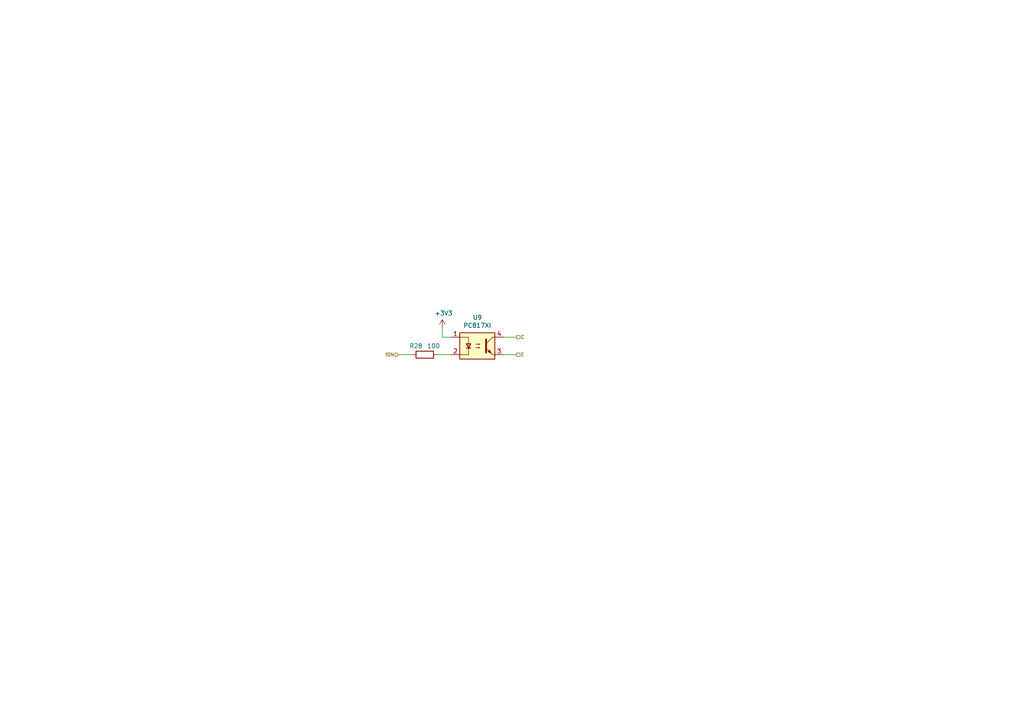
<source format=kicad_sch>
(kicad_sch (version 20230121) (generator eeschema)
  (paper "User" 297.002 210.007)
  (title_block (title "ESP-MAP (Standalone UPS Monitor)") (date "2024-01-07") (rev "rev01") (comment 1 "https://github.com/enriquewph/esp-map"))
  (lib_symbols
    (symbol "Device:R" (pin_numbers hide) (pin_names (offset 0))
      (property "Reference" "R" (at 2.032 0 90))
      (property "Value" "R" (at 0 0 90))
      (symbol "R_0_1"
        (rectangle (start -1.016 -2.54) (end 1.016 2.54) (stroke (width 0.254)))
      )
      (symbol "R_1_1"
        (pin passive line (at 0 3.81 270) (length 1.27) (name "~") (number "1"))
        (pin passive line (at 0 -3.81 90) (length 1.27) (name "~") (number "2"))
      )
    )
    (symbol "Isolator:PC817" (pin_names (offset 1.016))
      (property "Reference" "U" (at -5.08 5.08 0))
      (property "Value" "PC817" (at 0 5.08 0))
      (symbol "PC817_0_1"
        (rectangle (start -5.08 3.81) (end 5.08 -3.81) (stroke (width 0.254)) (fill (type background)))
        (polyline (pts (xy -3.175 -0.635) (xy -1.905 -0.635)) (stroke (width 0.254)))
        (polyline (pts (xy 2.54 0.635) (xy 4.445 2.54)))
        (polyline (pts (xy 4.445 -2.54) (xy 2.54 -0.635)) (fill (type outline)))
        (polyline (pts (xy 4.445 -2.54) (xy 5.08 -2.54)))
        (polyline (pts (xy 4.445 2.54) (xy 5.08 2.54)))
        (polyline (pts (xy -5.08 2.54) (xy -2.54 2.54) (xy -2.54 -0.635)))
        (polyline (pts (xy -2.54 -0.635) (xy -2.54 -2.54) (xy -5.08 -2.54)))
        (polyline (pts (xy 2.54 1.905) (xy 2.54 -1.905) (xy 2.54 -1.905)) (stroke (width 0.508)))
        (polyline (pts (xy -2.54 -0.635) (xy -3.175 0.635) (xy -1.905 0.635) (xy -2.54 -0.635)) (stroke (width 0.254)))
        (polyline (pts (xy -0.508 -0.508) (xy 0.762 -0.508) (xy 0.381 -0.635) (xy 0.381 -0.381) (xy 0.762 -0.508)))
        (polyline (pts (xy -0.508 0.508) (xy 0.762 0.508) (xy 0.381 0.381) (xy 0.381 0.635) (xy 0.762 0.508)))
        (polyline (pts (xy 3.048 -1.651) (xy 3.556 -1.143) (xy 4.064 -2.159) (xy 3.048 -1.651) (xy 3.048 -1.651)) (fill (type outline)))
      )
      (symbol "PC817_1_1"
        (pin passive line (at -7.62 2.54 0) (length 2.54) (name "~") (number "1"))
        (pin passive line (at -7.62 -2.54 0) (length 2.54) (name "~") (number "2"))
        (pin passive line (at 7.62 -2.54 180) (length 2.54) (name "~") (number "3"))
        (pin passive line (at 7.62 2.54 180) (length 2.54) (name "~") (number "4"))
      )
    )
    (symbol "power:+3V3" (power) (pin_names (offset 0))
      (property "Value" "+3V3" (at 0 3.556 0))
      (symbol "+3V3_0_1"
        (polyline (pts (xy -0.762 1.27) (xy 0 2.54)))
        (polyline (pts (xy 0 0) (xy 0 2.54)))
        (polyline (pts (xy 0 2.54) (xy 0.762 1.27)))
      )
      (symbol "+3V3_1_1"
        (pin power_in line (at 0 0 90) (length 0) hide (name "+3V3") (number "1"))
      )
    )
  )
  (wire (pts (xy 128.27 95.25) (xy 128.27 97.79)))
  (wire (pts (xy 128.27 97.79) (xy 130.81 97.79)))
  (wire (pts (xy 149.86 97.79) (xy 146.05 97.79)))
  (wire (pts (xy 119.38 102.87) (xy 115.57 102.87)))
  (wire (pts (xy 130.81 102.87) (xy 127 102.87)))
  (wire (pts (xy 146.05 102.87) (xy 149.86 102.87)))
  (hierarchical_label "E" (shape passive) (at 149.86 102.87 0) (effects (font (size 0.9906 0.9906))))
  (hierarchical_label "!ON" (shape input) (at 115.57 102.87 180) (effects (font (size 0.9906 0.9906))))
  (hierarchical_label "C" (shape passive) (at 149.86 97.79 0) (effects (font (size 0.9906 0.9906))))
  (symbol (lib_id "Isolator:PC817") (at 138.43 100.33 0) (unit 1)
    (property "Reference" "U9" (at 138.43 92.075 0))
    (property "Value" "PC817XI" (at 138.43 94.3864 0))
    (property "Footprint" "Package_DIP:SMDIP-4_W9.53mm" (effects hide))
    (property "Datasheet" "https://www.farnell.com/datasheets/73758.pdf" (effects hide))
    (property "manf#" "PC817XI" (effects hide))
  )
  (symbol (lib_id "power:+3V3") (at 128.27 95.25 0) (unit 1)
    (property "Reference" "#PWR071" (effects hide))
    (property "Value" "+3V3" (at 128.651 90.8558 0))
  )
  (symbol (lib_id "Device:R") (at 123.19 102.87 270) (unit 1)
    (property "Reference" "R28" (at 120.65 100.33 90))
    (property "Value" "100" (at 125.73 100.33 90))
    (property "Footprint" "Resistor_SMD:R_1206_3216Metric" (effects hide))
    (property "Datasheet" "https://www.yageo.com/upload/media/product/productsearch/datasheet/rchip/PYu-RC_Group_51_RoHS_L_11.pdf" (effects hide))
    (property "manf#" "RC1206FR-07100RL" (effects hide))
  )
)
</source>
